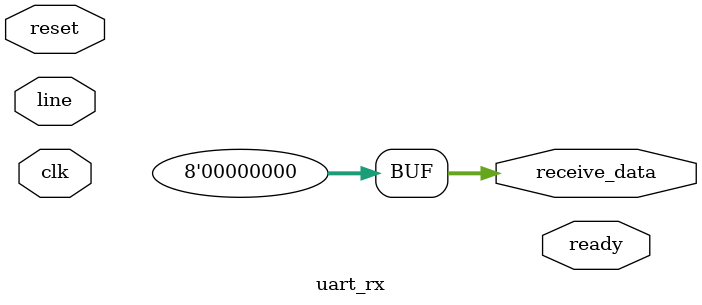
<source format=v>
module uart_rx #(
    parameter CLK_FREQ = 14745600,  // Clock frequency
    parameter BAUDRATE = 115200,    // Baud rate
    parameter DATA_WIDTH = 8        // Data width
) (
    input wire clk,
    input wire reset,
    input wire line,                 // RX line (serial input)
    output reg [DATA_WIDTH-1:0] receive_data = 0, // Received data
    output wire ready                // Ready signal indicating data reception is complete
);


endmodule

</source>
